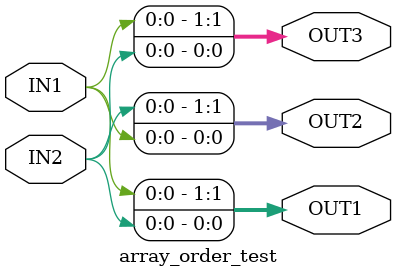
<source format=v>
/*
Modeling:
	Switch Level [MOS simulation]
	Gate Level modeling [ primitive logic gate ]
	Dataflow   modeling [ assign ]
	Behavioral modeling [ always ] [ Sequential Circuit ]
	
	Dataflow + Behavioral => RTL (Register transfer level)
*/

/*
Basic Gates
    and, nand, or, nor, xor, xnor, not, buf
  Tri-state
    bufif0, bufif1, notif0, notif1
*/

module 
array_order_test(OUT1, OUT2, OUT3, IN1, IN2);  //<- semicolon !!

   input   IN1, IN2;
   output  [0:1]OUT1; //Display order (%b) is [1:0]
   output  [1:0]OUT2;
   output  [1:0]OUT3;
   
   assign OUT1[0] = IN1,
          OUT1[1] = IN2,
		  OUT2[0] = IN1,
		  OUT2[1] = IN2,
		  OUT3 = {IN1, IN2};

endmodule  //<- NO semicolon !!
</source>
